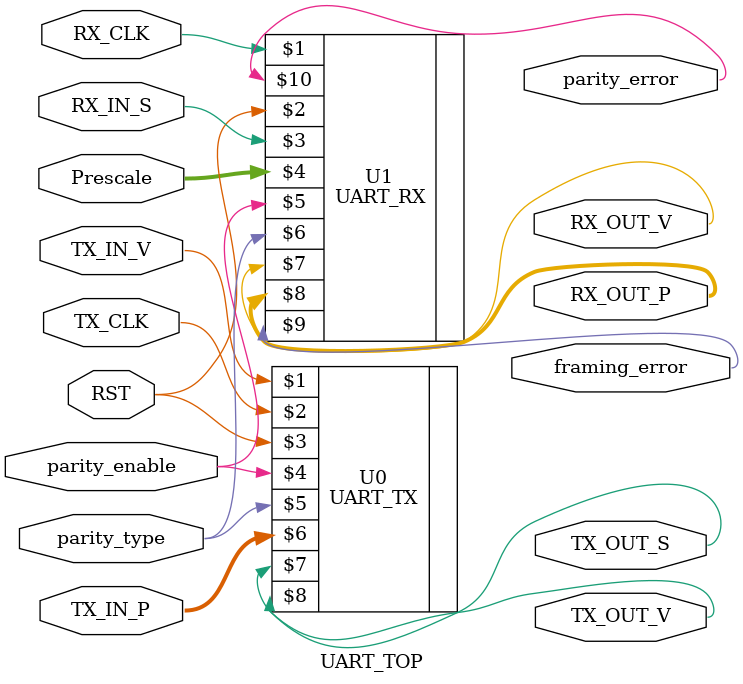
<source format=v>
module UART_TOP (
	input RX_IN_S,    
	input TX_CLK,RX_CLK,
	input RST,
	input TX_IN_V,
	input parity_enable,parity_type,
	output TX_OUT_V,TX_OUT_S,
	input [7:0] TX_IN_P,
	//RX
	input [5:0] Prescale,
	output RX_OUT_V,
	output [7:0] RX_OUT_P,
	output parity_error,framing_error
	
);

UART_TX U0(TX_IN_V,TX_CLK,RST,parity_enable,parity_type,TX_IN_P,TX_OUT_S,TX_OUT_V);

UART_RX U1(RX_CLK,RST,RX_IN_S,Prescale,parity_enable,parity_type,RX_OUT_V,RX_OUT_P,framing_error,parity_error);

endmodule 
</source>
